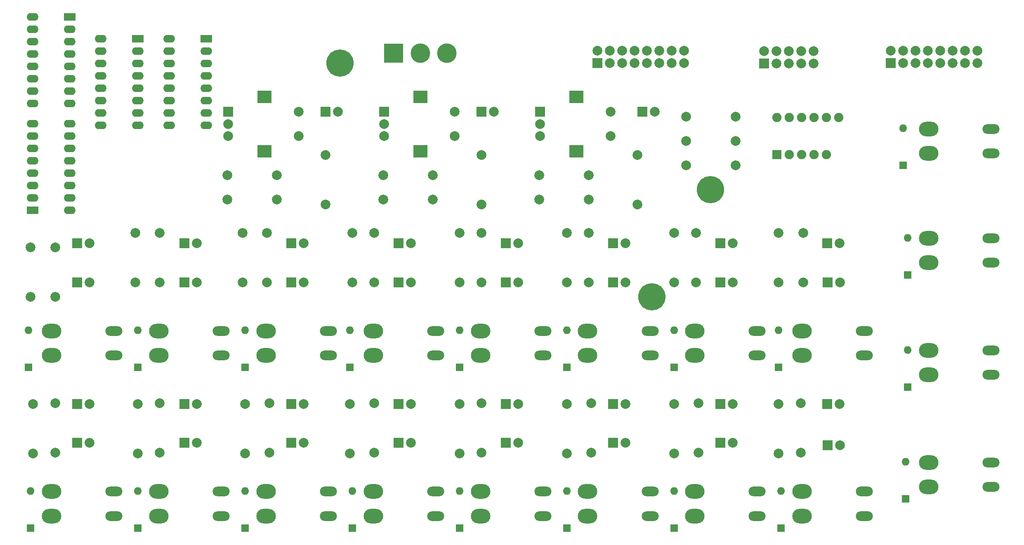
<source format=gts>
G04 #@! TF.GenerationSoftware,KiCad,Pcbnew,5.1.5+dfsg1-2build2*
G04 #@! TF.CreationDate,2021-04-11T17:34:26+02:00*
G04 #@! TF.ProjectId,Main_board,4d61696e-5f62-46f6-9172-642e6b696361,rev?*
G04 #@! TF.SameCoordinates,Original*
G04 #@! TF.FileFunction,Soldermask,Top*
G04 #@! TF.FilePolarity,Negative*
%FSLAX46Y46*%
G04 Gerber Fmt 4.6, Leading zero omitted, Abs format (unit mm)*
G04 Created by KiCad (PCBNEW 5.1.5+dfsg1-2build2) date 2021-04-11 17:34:26*
%MOMM*%
%LPD*%
G04 APERTURE LIST*
%ADD10C,5.600000*%
%ADD11O,2.400000X1.600000*%
%ADD12R,2.400000X1.600000*%
%ADD13R,2.000000X2.000000*%
%ADD14C,2.000000*%
%ADD15C,4.000000*%
%ADD16R,4.000000X4.000000*%
%ADD17C,1.905000*%
%ADD18R,1.905000X1.905000*%
%ADD19R,3.000000X2.500000*%
%ADD20O,1.600000X1.600000*%
%ADD21R,1.600000X1.600000*%
%ADD22O,4.000000X3.000000*%
%ADD23O,3.500000X2.000000*%
G04 APERTURE END LIST*
D10*
X98000000Y-56000000D03*
X162000000Y-104000000D03*
X174000000Y-82000000D03*
D11*
X48880000Y-51000000D03*
X56500000Y-68780000D03*
X48880000Y-53540000D03*
X56500000Y-66240000D03*
X48880000Y-56080000D03*
X56500000Y-63700000D03*
X48880000Y-58620000D03*
X56500000Y-61160000D03*
X48880000Y-61160000D03*
X56500000Y-58620000D03*
X48880000Y-63700000D03*
X56500000Y-56080000D03*
X48880000Y-66240000D03*
X56500000Y-53540000D03*
X48880000Y-68780000D03*
D12*
X56500000Y-51000000D03*
X34900000Y-86180000D03*
D11*
X42520000Y-68400000D03*
X34900000Y-83640000D03*
X42520000Y-70940000D03*
X34900000Y-81100000D03*
X42520000Y-73480000D03*
X34900000Y-78560000D03*
X42520000Y-76020000D03*
X34900000Y-76020000D03*
X42520000Y-78560000D03*
X34900000Y-73480000D03*
X42520000Y-81100000D03*
X34900000Y-70940000D03*
X42520000Y-83640000D03*
X34900000Y-68400000D03*
X42520000Y-86180000D03*
X34880000Y-46500000D03*
X42500000Y-64280000D03*
X34880000Y-49040000D03*
X42500000Y-61740000D03*
X34880000Y-51580000D03*
X42500000Y-59200000D03*
X34880000Y-54120000D03*
X42500000Y-56660000D03*
X34880000Y-56660000D03*
X42500000Y-54120000D03*
X34880000Y-59200000D03*
X42500000Y-51580000D03*
X34880000Y-61740000D03*
X42500000Y-49040000D03*
X34880000Y-64280000D03*
D12*
X42500000Y-46500000D03*
D13*
X185000000Y-56040000D03*
D14*
X185000000Y-53500000D03*
X187540000Y-56040000D03*
X187540000Y-53500000D03*
X190080000Y-56040000D03*
X190080000Y-53500000D03*
X192620000Y-56040000D03*
X192620000Y-53500000D03*
X195160000Y-56040000D03*
X195160000Y-53500000D03*
D15*
X119890000Y-54000000D03*
X114445000Y-54000000D03*
D16*
X109000000Y-54000000D03*
D17*
X187650000Y-67190000D03*
X190190000Y-67190000D03*
X192730000Y-67190000D03*
X195270000Y-67190000D03*
X197810000Y-67190000D03*
X200350000Y-67190000D03*
X197810000Y-74810000D03*
X195270000Y-74810000D03*
X192730000Y-74810000D03*
X190190000Y-74810000D03*
D18*
X187650000Y-74810000D03*
D14*
X121500000Y-71000000D03*
X121500000Y-66000000D03*
D19*
X114500000Y-74100000D03*
X114500000Y-62900000D03*
D14*
X107000000Y-71000000D03*
X107000000Y-68500000D03*
D13*
X107000000Y-66000000D03*
X139000000Y-66000000D03*
D14*
X139000000Y-68500000D03*
X139000000Y-71000000D03*
D19*
X146500000Y-62900000D03*
X146500000Y-74100000D03*
D14*
X153500000Y-66000000D03*
X153500000Y-71000000D03*
X89500000Y-71000000D03*
X89500000Y-66000000D03*
D19*
X82500000Y-74100000D03*
X82500000Y-62900000D03*
D14*
X75000000Y-71000000D03*
X75000000Y-68500000D03*
D13*
X75000000Y-66000000D03*
D14*
X159000000Y-74840000D03*
X159000000Y-85000000D03*
X127000000Y-74840000D03*
X127000000Y-85000000D03*
X95000000Y-74840000D03*
X95000000Y-85000000D03*
X138840000Y-84000000D03*
X149000000Y-84000000D03*
X106840000Y-84000000D03*
X117000000Y-84000000D03*
X74840000Y-84000000D03*
X85000000Y-84000000D03*
X138840000Y-79000000D03*
X149000000Y-79000000D03*
X106840000Y-79000000D03*
X117000000Y-79000000D03*
X74840000Y-79000000D03*
X85000000Y-79000000D03*
X179160000Y-67000000D03*
X169000000Y-67000000D03*
X179160000Y-72000000D03*
X169000000Y-72000000D03*
X179160000Y-77000000D03*
X169000000Y-77000000D03*
X168540000Y-53460000D03*
X168540000Y-56000000D03*
X166000000Y-53460000D03*
X166000000Y-56000000D03*
X163460000Y-53460000D03*
X163460000Y-56000000D03*
X160920000Y-53460000D03*
X160920000Y-56000000D03*
X158380000Y-53460000D03*
X158380000Y-56000000D03*
X155840000Y-53460000D03*
X155840000Y-56000000D03*
X153300000Y-53460000D03*
X153300000Y-56000000D03*
X150760000Y-53460000D03*
D13*
X150760000Y-56000000D03*
X160000000Y-66000000D03*
D14*
X162540000Y-66000000D03*
D13*
X127000000Y-66000000D03*
D14*
X129540000Y-66000000D03*
D13*
X95000000Y-66000000D03*
D14*
X97540000Y-66000000D03*
D13*
X44000000Y-93000000D03*
D14*
X46540000Y-93000000D03*
D13*
X66000000Y-93000000D03*
D14*
X68540000Y-93000000D03*
D13*
X88000000Y-93000000D03*
D14*
X90540000Y-93000000D03*
D13*
X110000000Y-93000000D03*
D14*
X112540000Y-93000000D03*
D13*
X132000000Y-93000000D03*
D14*
X134540000Y-93000000D03*
D13*
X154000000Y-93000000D03*
D14*
X156540000Y-93000000D03*
D13*
X176000000Y-93000000D03*
D14*
X178540000Y-93000000D03*
D13*
X197960000Y-93000000D03*
D14*
X200500000Y-93000000D03*
D13*
X44000000Y-126000000D03*
D14*
X46540000Y-126000000D03*
D13*
X66000000Y-126000000D03*
D14*
X68540000Y-126000000D03*
D13*
X88000000Y-126000000D03*
D14*
X90540000Y-126000000D03*
D13*
X110000000Y-126000000D03*
D14*
X112540000Y-126000000D03*
D13*
X132000000Y-126000000D03*
D14*
X134540000Y-126000000D03*
D13*
X154000000Y-126000000D03*
D14*
X156540000Y-126000000D03*
D13*
X176000000Y-126000000D03*
D14*
X178540000Y-126000000D03*
D13*
X197960000Y-126000000D03*
D14*
X200500000Y-126000000D03*
D13*
X44000000Y-101000000D03*
D14*
X46540000Y-101000000D03*
D13*
X66000000Y-101000000D03*
D14*
X68540000Y-101000000D03*
D13*
X88000000Y-101000000D03*
D14*
X90540000Y-101000000D03*
D13*
X110000000Y-101000000D03*
D14*
X112540000Y-101000000D03*
D13*
X132000000Y-101000000D03*
D14*
X134540000Y-101000000D03*
D13*
X154000000Y-101000000D03*
D14*
X156540000Y-101000000D03*
D13*
X176000000Y-101000000D03*
D14*
X178540000Y-101000000D03*
D13*
X198000000Y-101000000D03*
D14*
X200540000Y-101000000D03*
D13*
X44000000Y-134000000D03*
D14*
X46540000Y-134000000D03*
D13*
X66000000Y-134000000D03*
D14*
X68540000Y-134000000D03*
D13*
X88000000Y-134000000D03*
D14*
X90540000Y-134000000D03*
D13*
X110000000Y-134000000D03*
D14*
X112540000Y-134000000D03*
D13*
X132000000Y-134000000D03*
D14*
X134540000Y-134000000D03*
D13*
X154000000Y-134000000D03*
D14*
X156540000Y-134000000D03*
D13*
X176000000Y-134000000D03*
D14*
X178540000Y-134000000D03*
D13*
X198000000Y-134500000D03*
D14*
X200540000Y-134500000D03*
D20*
X34000000Y-110880000D03*
D21*
X34000000Y-118500000D03*
D20*
X56500000Y-110880000D03*
D21*
X56500000Y-118500000D03*
D20*
X78500000Y-110880000D03*
D21*
X78500000Y-118500000D03*
D20*
X100000000Y-110880000D03*
D21*
X100000000Y-118500000D03*
D20*
X213500000Y-69380000D03*
D21*
X213500000Y-77000000D03*
D20*
X122500000Y-110880000D03*
D21*
X122500000Y-118500000D03*
D20*
X144500000Y-110880000D03*
D21*
X144500000Y-118500000D03*
D20*
X166500000Y-110880000D03*
D21*
X166500000Y-118500000D03*
D20*
X188000000Y-110880000D03*
D21*
X188000000Y-118500000D03*
X214500000Y-99500000D03*
D20*
X214500000Y-91880000D03*
X34500000Y-143880000D03*
D21*
X34500000Y-151500000D03*
D20*
X56500000Y-143880000D03*
D21*
X56500000Y-151500000D03*
D20*
X78500000Y-143880000D03*
D21*
X78500000Y-151500000D03*
D20*
X100500000Y-143880000D03*
D21*
X100500000Y-151500000D03*
D20*
X214500000Y-114880000D03*
D21*
X214500000Y-122500000D03*
D20*
X122500000Y-143880000D03*
D21*
X122500000Y-151500000D03*
D20*
X144500000Y-143880000D03*
D21*
X144500000Y-151500000D03*
D20*
X166500000Y-143880000D03*
D21*
X166500000Y-151500000D03*
D20*
X188500000Y-143880000D03*
D21*
X188500000Y-151500000D03*
D20*
X214000000Y-137880000D03*
D21*
X214000000Y-145500000D03*
D14*
X228780000Y-53460000D03*
X228780000Y-56000000D03*
X226240000Y-53460000D03*
X226240000Y-56000000D03*
X223700000Y-53460000D03*
X223700000Y-56000000D03*
X221160000Y-53460000D03*
X221160000Y-56000000D03*
X218620000Y-53460000D03*
X218620000Y-56000000D03*
X216080000Y-53460000D03*
X216080000Y-56000000D03*
X213540000Y-53460000D03*
X213540000Y-56000000D03*
X211000000Y-53460000D03*
D13*
X211000000Y-56000000D03*
D14*
X34500000Y-93840000D03*
X34500000Y-104000000D03*
X56000000Y-90840000D03*
X56000000Y-101000000D03*
X78000000Y-90840000D03*
X78000000Y-101000000D03*
X100500000Y-90840000D03*
X100500000Y-101000000D03*
X122500000Y-90840000D03*
X122500000Y-101000000D03*
X144500000Y-90840000D03*
X144500000Y-101000000D03*
X166500000Y-90840000D03*
X166500000Y-101000000D03*
X188000000Y-90840000D03*
X188000000Y-101000000D03*
X35000000Y-136160000D03*
X35000000Y-126000000D03*
X56500000Y-136160000D03*
X56500000Y-126000000D03*
X78500000Y-136160000D03*
X78500000Y-126000000D03*
X100000000Y-136160000D03*
X100000000Y-126000000D03*
X122500000Y-136160000D03*
X122500000Y-126000000D03*
X144500000Y-136160000D03*
X144500000Y-126000000D03*
X166500000Y-136160000D03*
X166500000Y-126000000D03*
X188000000Y-136160000D03*
X188000000Y-126000000D03*
X39500000Y-93840000D03*
X39500000Y-104000000D03*
X61000000Y-90840000D03*
X61000000Y-101000000D03*
X83000000Y-90840000D03*
X83000000Y-101000000D03*
X105000000Y-90840000D03*
X105000000Y-101000000D03*
X127000000Y-90840000D03*
X127000000Y-101000000D03*
X149000000Y-90840000D03*
X149000000Y-101000000D03*
X171000000Y-90840000D03*
X171000000Y-101000000D03*
X193000000Y-90840000D03*
X193000000Y-101000000D03*
X39500000Y-125840000D03*
X39500000Y-136000000D03*
X61000000Y-125840000D03*
X61000000Y-136000000D03*
X83500000Y-125840000D03*
X83500000Y-136000000D03*
X105000000Y-125840000D03*
X105000000Y-136000000D03*
X127000000Y-125840000D03*
X127000000Y-136000000D03*
X149500000Y-125840000D03*
X149500000Y-136000000D03*
X171500000Y-125840000D03*
X171500000Y-136000000D03*
X192500000Y-125840000D03*
X192500000Y-136000000D03*
D22*
X38800000Y-116000000D03*
X38800000Y-111000000D03*
D23*
X51600000Y-116000000D03*
X51600000Y-111000000D03*
D22*
X60800000Y-116000000D03*
X60800000Y-111000000D03*
D23*
X73600000Y-116000000D03*
X73600000Y-111000000D03*
D22*
X82800000Y-116000000D03*
X82800000Y-111000000D03*
D23*
X95600000Y-116000000D03*
X95600000Y-111000000D03*
D22*
X104800000Y-116000000D03*
X104800000Y-111000000D03*
D23*
X117600000Y-116000000D03*
X117600000Y-111000000D03*
D22*
X218800000Y-74500000D03*
X218800000Y-69500000D03*
D23*
X231600000Y-74500000D03*
X231600000Y-69500000D03*
D22*
X126800000Y-116000000D03*
X126800000Y-111000000D03*
D23*
X139600000Y-116000000D03*
X139600000Y-111000000D03*
D22*
X148800000Y-116000000D03*
X148800000Y-111000000D03*
D23*
X161600000Y-116000000D03*
X161600000Y-111000000D03*
D22*
X170800000Y-116000000D03*
X170800000Y-111000000D03*
D23*
X183600000Y-116000000D03*
X183600000Y-111000000D03*
D22*
X192800000Y-116000000D03*
X192800000Y-111000000D03*
D23*
X205600000Y-116000000D03*
X205600000Y-111000000D03*
D22*
X218800000Y-97000000D03*
X218800000Y-92000000D03*
D23*
X231600000Y-97000000D03*
X231600000Y-92000000D03*
D22*
X38800000Y-149000000D03*
X38800000Y-144000000D03*
D23*
X51600000Y-149000000D03*
X51600000Y-144000000D03*
D22*
X60800000Y-149000000D03*
X60800000Y-144000000D03*
D23*
X73600000Y-149000000D03*
X73600000Y-144000000D03*
D22*
X82800000Y-149000000D03*
X82800000Y-144000000D03*
D23*
X95600000Y-149000000D03*
X95600000Y-144000000D03*
D22*
X104800000Y-149000000D03*
X104800000Y-144000000D03*
D23*
X117600000Y-149000000D03*
X117600000Y-144000000D03*
D22*
X218800000Y-120000000D03*
X218800000Y-115000000D03*
D23*
X231600000Y-120000000D03*
X231600000Y-115000000D03*
D22*
X126800000Y-149000000D03*
X126800000Y-144000000D03*
D23*
X139600000Y-149000000D03*
X139600000Y-144000000D03*
D22*
X148800000Y-149000000D03*
X148800000Y-144000000D03*
D23*
X161600000Y-149000000D03*
X161600000Y-144000000D03*
D22*
X170800000Y-149000000D03*
X170800000Y-144000000D03*
D23*
X183600000Y-149000000D03*
X183600000Y-144000000D03*
D22*
X192800000Y-149000000D03*
X192800000Y-144000000D03*
D23*
X205600000Y-149000000D03*
X205600000Y-144000000D03*
D22*
X218800000Y-143000000D03*
X218800000Y-138000000D03*
D23*
X231600000Y-143000000D03*
X231600000Y-138000000D03*
D11*
X62880000Y-51000000D03*
X70500000Y-68780000D03*
X62880000Y-53540000D03*
X70500000Y-66240000D03*
X62880000Y-56080000D03*
X70500000Y-63700000D03*
X62880000Y-58620000D03*
X70500000Y-61160000D03*
X62880000Y-61160000D03*
X70500000Y-58620000D03*
X62880000Y-63700000D03*
X70500000Y-56080000D03*
X62880000Y-66240000D03*
X70500000Y-53540000D03*
X62880000Y-68780000D03*
D12*
X70500000Y-51000000D03*
M02*

</source>
